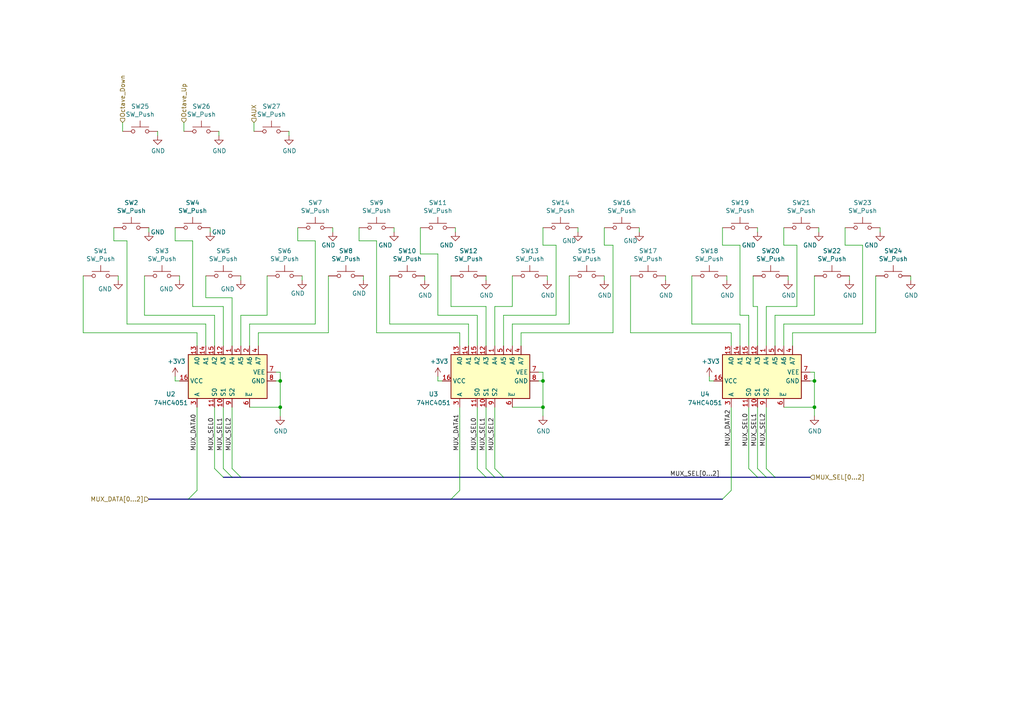
<source format=kicad_sch>
(kicad_sch (version 20211123) (generator eeschema)
  (paper "A4")
  (lib_symbols
    (symbol "74xx:74HC4051"
      (property "Reference" "U" (at -5.08 11.43 0))
      (property "Value" "74HC4051" (at -7.62 -13.97 0))
      (symbol "74HC4051_0_1"
        (rectangle (start -5.08 10.16) (end 7.62 -12.7) (stroke (width 0.254)) (fill (type background)))
      )
      (symbol "74HC4051_1_1"
        (pin passive line (at 10.16 -2.54 180) (length 2.54) (name "A4") (number "1"))
        (pin input line (at -7.62 0 0) (length 2.54) (name "S1") (number "10"))
        (pin input line (at -7.62 2.54 0) (length 2.54) (name "S0") (number "11"))
        (pin passive line (at 10.16 0 180) (length 2.54) (name "A3") (number "12"))
        (pin passive line (at 10.16 7.62 180) (length 2.54) (name "A0") (number "13"))
        (pin passive line (at 10.16 5.08 180) (length 2.54) (name "A1") (number "14"))
        (pin passive line (at 10.16 2.54 180) (length 2.54) (name "A2") (number "15"))
        (pin power_in line (at 0 12.7 270) (length 2.54) (name "VCC") (number "16"))
        (pin passive line (at 10.16 -7.62 180) (length 2.54) (name "A6") (number "2"))
        (pin passive line (at -7.62 7.62 0) (length 2.54) (name "A") (number "3"))
        (pin passive line (at 10.16 -10.16 180) (length 2.54) (name "A7") (number "4"))
        (pin passive line (at 10.16 -5.08 180) (length 2.54) (name "A5") (number "5"))
        (pin input line (at -7.62 -7.62 0) (length 2.54) (name "~{E}") (number "6"))
        (pin power_in line (at 2.54 -15.24 90) (length 2.54) (name "VEE") (number "7"))
        (pin power_in line (at 0 -15.24 90) (length 2.54) (name "GND") (number "8"))
        (pin input line (at -7.62 -2.54 0) (length 2.54) (name "S2") (number "9"))
      )
    )
    (symbol "Switch:SW_Push" (pin_numbers hide) (pin_names (offset 1.016) hide)
      (property "Reference" "SW" (at 1.27 2.54 0))
      (property "Value" "SW_Push" (at 0 -1.524 0))
      (symbol "SW_Push_0_1"
        (circle (center -2.032 0) (radius 0.508))
        (polyline (pts (xy 0 1.27) (xy 0 3.048)))
        (polyline (pts (xy 2.54 1.27) (xy -2.54 1.27)))
        (circle (center 2.032 0) (radius 0.508))
        (pin passive line (at -5.08 0 0) (length 2.54) (name "1") (number "1"))
        (pin passive line (at 5.08 0 180) (length 2.54) (name "2") (number "2"))
      )
    )
    (symbol "power:+3.3V" (power) (pin_names (offset 0))
      (property "Value" "+3.3V" (at 0 3.556 0))
      (symbol "+3.3V_0_1"
        (polyline (pts (xy -0.762 1.27) (xy 0 2.54)))
        (polyline (pts (xy 0 0) (xy 0 2.54)))
        (polyline (pts (xy 0 2.54) (xy 0.762 1.27)))
      )
      (symbol "+3.3V_1_1"
        (pin power_in line (at 0 0 90) (length 0) hide (name "+3V3") (number "1"))
      )
    )
    (symbol "power:GND" (power) (pin_names (offset 0))
      (property "Value" "GND" (at 0 -3.81 0))
      (symbol "GND_0_1"
        (polyline (pts (xy 0 0) (xy 0 -1.27) (xy 1.27 -1.27) (xy 0 -2.54) (xy -1.27 -1.27) (xy 0 -1.27)))
      )
      (symbol "GND_1_1"
        (pin power_in line (at 0 0 270) (length 0) hide (name "GND") (number "1"))
      )
    )
  )
  (junction (at 236.22 118.11))
  (junction (at 236.22 110.49))
  (junction (at 157.48 118.11))
  (junction (at 81.28 118.11))
  (junction (at 81.28 110.49))
  (junction (at 157.48 110.49))
  (bus_entry (at 67.31 135.89) (size 2.54 2.54))
  (bus_entry (at 62.23 135.89) (size 2.54 2.54))
  (bus_entry (at 217.17 135.89) (size 2.54 2.54))
  (bus_entry (at 138.43 135.89) (size 2.54 2.54))
  (bus_entry (at 209.55 144.78) (size 2.54 -2.54))
  (bus_entry (at 64.77 135.89) (size 2.54 2.54))
  (bus_entry (at 143.51 135.89) (size 2.54 2.54))
  (bus_entry (at 222.25 135.89) (size 2.54 2.54))
  (bus_entry (at 219.71 135.89) (size 2.54 2.54))
  (bus_entry (at 54.61 144.78) (size 2.54 -2.54))
  (bus_entry (at 130.81 144.78) (size 2.54 -2.54))
  (bus_entry (at 140.97 135.89) (size 2.54 2.54))
  (wire (pts (xy 157.48 66.04) (xy 157.48 71.12)))
  (wire (pts (xy 229.87 96.52) (xy 229.87 100.33)))
  (wire (pts (xy 148.59 93.98) (xy 148.59 100.33)))
  (wire (pts (xy 185.42 66.04) (xy 185.42 67.31)))
  (wire (pts (xy 228.6 80.01) (xy 228.6 81.28)))
  (wire (pts (xy 161.29 91.44) (xy 146.05 91.44)))
  (wire (pts (xy 109.22 96.52) (xy 133.35 96.52)))
  (wire (pts (xy 60.96 66.04) (xy 60.96 67.31)))
  (wire (pts (xy 165.1 80.01) (xy 165.1 93.98)))
  (wire (pts (xy 140.97 88.9) (xy 140.97 100.33)))
  (wire (pts (xy 209.55 66.04) (xy 209.55 71.12)))
  (wire (pts (xy 250.19 71.12) (xy 250.19 93.98)))
  (wire (pts (xy 177.8 71.12) (xy 177.8 96.52)))
  (wire (pts (xy 77.47 80.01) (xy 77.47 91.44)))
  (wire (pts (xy 219.71 118.11) (xy 219.71 135.89)))
  (wire (pts (xy 214.63 93.98) (xy 214.63 100.33)))
  (wire (pts (xy 113.03 80.01) (xy 113.03 93.98)))
  (wire (pts (xy 255.27 66.04) (xy 255.27 67.31)))
  (wire (pts (xy 157.48 107.95) (xy 157.48 110.49)))
  (bus (pts (xy 143.51 138.43) (xy 146.05 138.43)))
  (bus (pts (xy 67.31 138.43) (xy 69.85 138.43)))
  (wire (pts (xy 95.25 96.52) (xy 74.93 96.52)))
  (wire (pts (xy 55.88 69.85) (xy 55.88 88.9)))
  (wire (pts (xy 182.88 96.52) (xy 212.09 96.52)))
  (wire (pts (xy 63.5 38.1) (xy 63.5 39.37)))
  (wire (pts (xy 121.92 66.04) (xy 121.92 73.66)))
  (wire (pts (xy 43.18 66.04) (xy 43.18 67.31)))
  (wire (pts (xy 127 91.44) (xy 138.43 91.44)))
  (wire (pts (xy 210.82 80.01) (xy 210.82 81.28)))
  (wire (pts (xy 33.02 69.85) (xy 33.02 66.04)))
  (wire (pts (xy 140.97 80.01) (xy 140.97 81.28)))
  (wire (pts (xy 157.48 110.49) (xy 157.48 118.11)))
  (wire (pts (xy 245.11 66.04) (xy 245.11 71.12)))
  (wire (pts (xy 50.8 109.22) (xy 50.8 110.49)))
  (wire (pts (xy 236.22 80.01) (xy 236.22 91.44)))
  (wire (pts (xy 77.47 91.44) (xy 69.85 91.44)))
  (wire (pts (xy 182.88 96.52) (xy 182.88 80.01)))
  (wire (pts (xy 109.22 69.85) (xy 109.22 96.52)))
  (wire (pts (xy 55.88 69.85) (xy 50.8 69.85)))
  (wire (pts (xy 132.08 66.04) (xy 132.08 67.31)))
  (wire (pts (xy 234.95 110.49) (xy 236.22 110.49)))
  (wire (pts (xy 158.75 80.01) (xy 158.75 81.28)))
  (wire (pts (xy 130.81 88.9) (xy 140.97 88.9)))
  (wire (pts (xy 24.13 96.52) (xy 57.15 96.52)))
  (wire (pts (xy 200.66 80.01) (xy 200.66 93.98)))
  (wire (pts (xy 167.64 66.04) (xy 167.64 67.31)))
  (wire (pts (xy 41.91 91.44) (xy 41.91 80.01)))
  (wire (pts (xy 113.03 93.98) (xy 135.89 93.98)))
  (wire (pts (xy 69.85 80.01) (xy 69.85 81.28)))
  (wire (pts (xy 123.19 80.01) (xy 123.19 81.28)))
  (wire (pts (xy 165.1 93.98) (xy 148.59 93.98)))
  (bus (pts (xy 69.85 138.43) (xy 140.97 138.43)))
  (wire (pts (xy 148.59 88.9) (xy 143.51 88.9)))
  (bus (pts (xy 64.77 138.43) (xy 67.31 138.43)))
  (wire (pts (xy 62.23 118.11) (xy 62.23 135.89)))
  (wire (pts (xy 86.36 69.85) (xy 86.36 66.04)))
  (wire (pts (xy 135.89 93.98) (xy 135.89 100.33)))
  (wire (pts (xy 87.63 80.01) (xy 87.63 81.28)))
  (wire (pts (xy 34.29 80.01) (xy 34.29 81.28)))
  (wire (pts (xy 81.28 107.95) (xy 81.28 110.49)))
  (wire (pts (xy 222.25 88.9) (xy 231.14 88.9)))
  (wire (pts (xy 151.13 96.52) (xy 151.13 100.33)))
  (wire (pts (xy 138.43 118.11) (xy 138.43 135.89)))
  (wire (pts (xy 157.48 120.65) (xy 157.48 118.11)))
  (wire (pts (xy 72.39 93.98) (xy 72.39 100.33)))
  (wire (pts (xy 52.07 80.01) (xy 52.07 81.28)))
  (wire (pts (xy 91.44 69.85) (xy 91.44 93.98)))
  (wire (pts (xy 236.22 110.49) (xy 236.22 118.11)))
  (wire (pts (xy 217.17 118.11) (xy 217.17 135.89)))
  (wire (pts (xy 264.16 80.01) (xy 264.16 81.28)))
  (wire (pts (xy 254 80.01) (xy 254 96.52)))
  (wire (pts (xy 214.63 71.12) (xy 214.63 91.44)))
  (wire (pts (xy 156.21 107.95) (xy 157.48 107.95)))
  (wire (pts (xy 83.82 38.1) (xy 83.82 39.37)))
  (wire (pts (xy 236.22 91.44) (xy 224.79 91.44)))
  (wire (pts (xy 80.01 107.95) (xy 81.28 107.95)))
  (wire (pts (xy 234.95 107.95) (xy 236.22 107.95)))
  (wire (pts (xy 57.15 142.24) (xy 57.15 118.11)))
  (bus (pts (xy 224.79 138.43) (xy 234.95 138.43)))
  (bus (pts (xy 146.05 138.43) (xy 219.71 138.43)))
  (wire (pts (xy 64.77 88.9) (xy 64.77 100.33)))
  (wire (pts (xy 91.44 93.98) (xy 72.39 93.98)))
  (wire (pts (xy 237.49 66.04) (xy 237.49 67.31)))
  (wire (pts (xy 138.43 91.44) (xy 138.43 100.33)))
  (wire (pts (xy 156.21 110.49) (xy 157.48 110.49)))
  (wire (pts (xy 219.71 88.9) (xy 219.71 100.33)))
  (wire (pts (xy 200.66 93.98) (xy 214.63 93.98)))
  (wire (pts (xy 96.52 66.04) (xy 96.52 67.31)))
  (wire (pts (xy 175.26 80.01) (xy 175.26 81.28)))
  (wire (pts (xy 140.97 118.11) (xy 140.97 135.89)))
  (wire (pts (xy 231.14 71.12) (xy 231.14 88.9)))
  (wire (pts (xy 81.28 120.65) (xy 81.28 118.11)))
  (wire (pts (xy 227.33 93.98) (xy 227.33 100.33)))
  (wire (pts (xy 209.55 71.12) (xy 214.63 71.12)))
  (wire (pts (xy 33.02 69.85) (xy 36.83 69.85)))
  (wire (pts (xy 219.71 66.04) (xy 219.71 67.31)))
  (wire (pts (xy 91.44 69.85) (xy 86.36 69.85)))
  (wire (pts (xy 95.25 80.01) (xy 95.25 96.52)))
  (wire (pts (xy 143.51 118.11) (xy 143.51 135.89)))
  (wire (pts (xy 127 110.49) (xy 128.27 110.49)))
  (wire (pts (xy 41.91 91.44) (xy 62.23 91.44)))
  (wire (pts (xy 224.79 91.44) (xy 224.79 100.33)))
  (wire (pts (xy 214.63 91.44) (xy 217.17 91.44)))
  (bus (pts (xy 43.18 144.78) (xy 54.61 144.78)))
  (wire (pts (xy 104.14 69.85) (xy 104.14 66.04)))
  (wire (pts (xy 161.29 71.12) (xy 161.29 91.44)))
  (wire (pts (xy 175.26 66.04) (xy 175.26 71.12)))
  (wire (pts (xy 175.26 71.12) (xy 177.8 71.12)))
  (wire (pts (xy 236.22 107.95) (xy 236.22 110.49)))
  (wire (pts (xy 121.92 73.66) (xy 127 73.66)))
  (wire (pts (xy 57.15 96.52) (xy 57.15 100.33)))
  (wire (pts (xy 222.25 118.11) (xy 222.25 135.89)))
  (bus (pts (xy 222.25 138.43) (xy 224.79 138.43)))
  (wire (pts (xy 148.59 118.11) (xy 157.48 118.11)))
  (wire (pts (xy 114.3 66.04) (xy 114.3 67.31)))
  (wire (pts (xy 227.33 71.12) (xy 231.14 71.12)))
  (wire (pts (xy 59.69 86.36) (xy 59.69 80.01)))
  (wire (pts (xy 254 96.52) (xy 229.87 96.52)))
  (wire (pts (xy 217.17 91.44) (xy 217.17 100.33)))
  (wire (pts (xy 81.28 110.49) (xy 81.28 118.11)))
  (wire (pts (xy 246.38 80.01) (xy 246.38 81.28)))
  (wire (pts (xy 50.8 66.04) (xy 50.8 69.85)))
  (wire (pts (xy 205.74 110.49) (xy 207.01 110.49)))
  (wire (pts (xy 127 109.22) (xy 127 110.49)))
  (wire (pts (xy 212.09 96.52) (xy 212.09 100.33)))
  (wire (pts (xy 148.59 80.01) (xy 148.59 88.9)))
  (bus (pts (xy 54.61 144.78) (xy 130.81 144.78)))
  (wire (pts (xy 36.83 93.98) (xy 59.69 93.98)))
  (wire (pts (xy 59.69 93.98) (xy 59.69 100.33)))
  (wire (pts (xy 177.8 96.52) (xy 151.13 96.52)))
  (wire (pts (xy 227.33 118.11) (xy 236.22 118.11)))
  (wire (pts (xy 212.09 142.24) (xy 212.09 118.11)))
  (wire (pts (xy 64.77 118.11) (xy 64.77 135.89)))
  (bus (pts (xy 130.81 144.78) (xy 209.55 144.78)))
  (wire (pts (xy 55.88 88.9) (xy 64.77 88.9)))
  (wire (pts (xy 45.72 38.1) (xy 45.72 39.37)))
  (bus (pts (xy 219.71 138.43) (xy 222.25 138.43)))
  (wire (pts (xy 36.83 93.98) (xy 36.83 69.85)))
  (wire (pts (xy 157.48 71.12) (xy 161.29 71.12)))
  (wire (pts (xy 127 73.66) (xy 127 91.44)))
  (wire (pts (xy 193.04 80.01) (xy 193.04 81.28)))
  (wire (pts (xy 35.56 35.56) (xy 35.56 38.1)))
  (wire (pts (xy 24.13 96.52) (xy 24.13 80.01)))
  (wire (pts (xy 205.74 109.22) (xy 205.74 110.49)))
  (wire (pts (xy 80.01 110.49) (xy 81.28 110.49)))
  (wire (pts (xy 227.33 66.04) (xy 227.33 71.12)))
  (wire (pts (xy 133.35 142.24) (xy 133.35 118.11)))
  (wire (pts (xy 67.31 86.36) (xy 67.31 100.33)))
  (wire (pts (xy 62.23 91.44) (xy 62.23 100.33)))
  (wire (pts (xy 105.41 80.01) (xy 105.41 81.28)))
  (wire (pts (xy 73.66 35.56) (xy 73.66 38.1)))
  (wire (pts (xy 250.19 93.98) (xy 227.33 93.98)))
  (wire (pts (xy 143.51 88.9) (xy 143.51 100.33)))
  (wire (pts (xy 133.35 96.52) (xy 133.35 100.33)))
  (wire (pts (xy 50.8 110.49) (xy 52.07 110.49)))
  (wire (pts (xy 109.22 69.85) (xy 104.14 69.85)))
  (wire (pts (xy 74.93 96.52) (xy 74.93 100.33)))
  (bus (pts (xy 140.97 138.43) (xy 143.51 138.43)))
  (wire (pts (xy 245.11 71.12) (xy 250.19 71.12)))
  (wire (pts (xy 69.85 91.44) (xy 69.85 100.33)))
  (wire (pts (xy 222.25 88.9) (xy 222.25 100.33)))
  (wire (pts (xy 236.22 120.65) (xy 236.22 118.11)))
  (wire (pts (xy 72.39 118.11) (xy 81.28 118.11)))
  (wire (pts (xy 218.44 88.9) (xy 218.44 80.01)))
  (wire (pts (xy 146.05 91.44) (xy 146.05 100.33)))
  (wire (pts (xy 67.31 118.11) (xy 67.31 135.89)))
  (wire (pts (xy 53.34 35.56) (xy 53.34 38.1)))
  (wire (pts (xy 67.31 86.36) (xy 59.69 86.36)))
  (wire (pts (xy 219.71 88.9) (xy 218.44 88.9)))
  (wire (pts (xy 130.81 80.01) (xy 130.81 88.9)))
  (label "MUX_SEL1" (at 140.97 130.81 90))
  (label "MUX_SEL1" (at 219.71 129.54 90))
  (label "MUX_SEL1" (at 64.77 130.81 90))
  (label "MUX_SEL[0...2]" (at 194.31 138.43 0))
  (label "MUX_SEL0" (at 62.23 130.81 90))
  (label "MUX_SEL2" (at 143.51 130.81 90))
  (label "MUX_SEL0" (at 138.43 130.81 90))
  (label "MUX_DATA0" (at 57.15 130.81 90))
  (label "MUX_SEL2" (at 222.25 129.54 90))
  (label "MUX_SEL2" (at 67.31 130.81 90))
  (label "MUX_DATA1" (at 133.35 130.81 90))
  (label "MUX_SEL0" (at 217.17 129.54 90))
  (label "MUX_DATA2" (at 212.09 129.54 90))
  (hierarchical_label "Octave_Up" (shape input) (at 53.34 35.56 90))
  (hierarchical_label "AUX" (shape input) (at 73.66 35.56 90))
  (hierarchical_label "MUX_SEL[0...2]" (shape input) (at 234.95 138.43 0))
  (hierarchical_label "Octave_Down" (shape input) (at 35.56 35.56 90))
  (hierarchical_label "MUX_DATA[0...2]" (shape input) (at 43.18 144.78 180))
  (symbol (lib_id "74xx:74HC4051") (at 64.77 110.49 90) (unit 1)
    (property "Reference" "U2" (at 49.53 114.3 90))
    (property "Value" "74HC4051" (at 49.53 116.84 90))
    (property "Footprint" "Housings_SOIC:SOIC-16W_5.3x10.2mm_Pitch1.27mm" (effects hide))
    (property "Datasheet" "http://www.ti.com/lit/ds/symlink/cd74hc4051.pdf" (effects hide))
  )
  (symbol (lib_id "power:+3.3V") (at 50.8 109.22 0) (unit 1)
    (property "Reference" "#PWR0102" (effects hide))
    (property "Value" "+3.3V" (at 51.181 104.8258 0))
  )
  (symbol (lib_id "power:GND") (at 34.29 81.28 0) (unit 1)
    (property "Reference" "#PWR01" (effects hide))
    (property "Value" "GND" (at 30.48 83.82 0))
  )
  (symbol (lib_id "power:GND") (at 52.07 81.28 0) (unit 1)
    (property "Reference" "#PWR012" (effects hide))
    (property "Value" "GND" (at 48.26 83.82 0))
  )
  (symbol (lib_id "power:GND") (at 43.18 67.31 0) (unit 1)
    (property "Reference" "#PWR03" (effects hide))
    (property "Value" "GND" (at 45.72 67.31 0))
  )
  (symbol (lib_id "power:GND") (at 60.96 67.31 0) (unit 1)
    (property "Reference" "#PWR014" (effects hide))
    (property "Value" "GND" (at 63.5 67.31 0))
  )
  (symbol (lib_id "power:GND") (at 87.63 81.28 0) (unit 1)
    (property "Reference" "#PWR017" (effects hide))
    (property "Value" "GND" (at 86.36 85.09 0))
  )
  (symbol (lib_id "power:GND") (at 96.52 67.31 0) (unit 1)
    (property "Reference" "#PWR019" (effects hide))
    (property "Value" "GND" (at 95.25 71.12 0))
  )
  (symbol (lib_id "power:GND") (at 105.41 81.28 0) (unit 1)
    (property "Reference" "#PWR020" (effects hide))
    (property "Value" "GND" (at 104.14 85.09 0))
  )
  (symbol (lib_id "power:GND") (at 81.28 120.65 0) (unit 1)
    (property "Reference" "#PWR018" (effects hide))
    (property "Value" "GND" (at 81.407 125.0442 0))
  )
  (symbol (lib_id "74xx:74HC4051") (at 140.97 110.49 90) (unit 1)
    (property "Reference" "U3" (at 125.73 114.3 90))
    (property "Value" "74HC4051" (at 125.73 116.84 90))
    (property "Footprint" "Housings_SOIC:SOIC-16W_5.3x10.2mm_Pitch1.27mm" (effects hide))
    (property "Datasheet" "http://www.ti.com/lit/ds/symlink/cd74hc4051.pdf" (effects hide))
  )
  (symbol (lib_id "power:+3.3V") (at 127 109.22 0) (unit 1)
    (property "Reference" "#PWR024" (effects hide))
    (property "Value" "+3.3V" (at 127.381 104.8258 0))
  )
  (symbol (lib_id "power:GND") (at 157.48 120.65 0) (unit 1)
    (property "Reference" "#PWR028" (effects hide))
    (property "Value" "GND" (at 157.607 125.0442 0))
  )
  (symbol (lib_id "74xx:74HC4051") (at 219.71 110.49 90) (unit 1)
    (property "Reference" "U4" (at 204.47 114.3 90))
    (property "Value" "74HC4051" (at 204.47 116.84 90))
    (property "Footprint" "Housings_SOIC:SOIC-16W_5.3x10.2mm_Pitch1.27mm" (effects hide))
    (property "Datasheet" "http://www.ti.com/lit/ds/symlink/cd74hc4051.pdf" (effects hide))
  )
  (symbol (lib_id "power:+3.3V") (at 205.74 109.22 0) (unit 1)
    (property "Reference" "#PWR033" (effects hide))
    (property "Value" "+3.3V" (at 206.121 104.8258 0))
  )
  (symbol (lib_id "power:GND") (at 236.22 120.65 0) (unit 1)
    (property "Reference" "#PWR038" (effects hide))
    (property "Value" "GND" (at 236.347 125.0442 0))
  )
  (symbol (lib_id "power:GND") (at 114.3 67.31 0) (unit 1)
    (property "Reference" "#PWR021" (effects hide))
    (property "Value" "GND" (at 111.76 71.12 0))
  )
  (symbol (lib_id "power:GND") (at 123.19 81.28 0) (unit 1)
    (property "Reference" "#PWR022" (effects hide))
    (property "Value" "GND" (at 123.317 85.6742 0))
  )
  (symbol (lib_id "power:GND") (at 140.97 81.28 0) (unit 1)
    (property "Reference" "#PWR025" (effects hide))
    (property "Value" "GND" (at 141.097 85.6742 0))
  )
  (symbol (lib_id "power:GND") (at 158.75 81.28 0) (unit 1)
    (property "Reference" "#PWR026" (effects hide))
    (property "Value" "GND" (at 158.877 85.6742 0))
  )
  (symbol (lib_id "power:GND") (at 175.26 81.28 0) (unit 1)
    (property "Reference" "#PWR029" (effects hide))
    (property "Value" "GND" (at 175.387 85.6742 0))
  )
  (symbol (lib_id "power:GND") (at 193.04 81.28 0) (unit 1)
    (property "Reference" "#PWR031" (effects hide))
    (property "Value" "GND" (at 193.167 85.6742 0))
  )
  (symbol (lib_id "power:GND") (at 210.82 81.28 0) (unit 1)
    (property "Reference" "#PWR032" (effects hide))
    (property "Value" "GND" (at 210.947 85.6742 0))
  )
  (symbol (lib_id "power:GND") (at 167.64 67.31 0) (unit 1)
    (property "Reference" "#PWR027" (effects hide))
    (property "Value" "GND" (at 165.1 69.85 0))
  )
  (symbol (lib_id "power:GND") (at 185.42 67.31 0) (unit 1)
    (property "Reference" "#PWR030" (effects hide))
    (property "Value" "GND" (at 182.88 69.85 0))
  )
  (symbol (lib_id "power:GND") (at 219.71 67.31 0) (unit 1)
    (property "Reference" "#PWR034" (effects hide))
    (property "Value" "GND" (at 217.17 71.12 0))
  )
  (symbol (lib_id "power:GND") (at 237.49 67.31 0) (unit 1)
    (property "Reference" "#PWR036" (effects hide))
    (property "Value" "GND" (at 234.95 71.12 0))
  )
  (symbol (lib_id "power:GND") (at 255.27 67.31 0) (unit 1)
    (property "Reference" "#PWR039" (effects hide))
    (property "Value" "GND" (at 252.73 71.12 0))
  )
  (symbol (lib_id "power:GND") (at 228.6 81.28 0) (unit 1)
    (property "Reference" "#PWR035" (effects hide))
    (property "Value" "GND" (at 228.727 85.6742 0))
  )
  (symbol (lib_id "power:GND") (at 246.38 81.28 0) (unit 1)
    (property "Reference" "#PWR037" (effects hide))
    (property "Value" "GND" (at 246.507 85.6742 0))
  )
  (symbol (lib_id "power:GND") (at 264.16 81.28 0) (unit 1)
    (property "Reference" "#PWR040" (effects hide))
    (property "Value" "GND" (at 264.287 85.6742 0))
  )
  (symbol (lib_id "Switch:SW_Push") (at 40.64 38.1 0) (unit 1)
    (property "Reference" "SW25" (at 40.64 30.861 0))
    (property "Value" "SW_Push" (at 40.64 33.1724 0))
    (property "Footprint" "Buttons_Switches_SMD:SW_SPST_PTS645" (effects hide))
  )
  (symbol (lib_id "power:GND") (at 45.72 39.37 0) (unit 1)
    (property "Reference" "#PWR051" (effects hide))
    (property "Value" "GND" (at 45.847 43.7642 0))
  )
  (symbol (lib_id "Switch:SW_Push") (at 58.42 38.1 0) (unit 1)
    (property "Reference" "SW26" (at 58.42 30.861 0))
    (property "Value" "SW_Push" (at 58.42 33.1724 0))
    (property "Footprint" "Buttons_Switches_SMD:SW_SPST_PTS645" (effects hide))
  )
  (symbol (lib_id "power:GND") (at 63.5 39.37 0) (unit 1)
    (property "Reference" "#PWR0110" (effects hide))
    (property "Value" "GND" (at 63.627 43.7642 0))
  )
  (symbol (lib_id "Switch:SW_Push") (at 78.74 38.1 0) (unit 1)
    (property "Reference" "SW27" (at 78.74 30.861 0))
    (property "Value" "SW_Push" (at 78.74 33.1724 0))
    (property "Footprint" "Buttons_Switches_SMD:SW_SPST_PTS645" (effects hide))
  )
  (symbol (lib_id "power:GND") (at 83.82 39.37 0) (unit 1)
    (property "Reference" "#PWR0111" (effects hide))
    (property "Value" "GND" (at 83.947 43.7642 0))
  )
  (symbol (lib_id "Switch:SW_Push") (at 38.1 66.04 0) (unit 1)
    (property "Reference" "SW2" (at 38.1 58.801 0))
    (property "Value" "SW_Push" (at 38.1 61.1124 0))
    (property "Footprint" "Buttons_Switches_SMD:SW_SPST_PTS645" (effects hide))
  )
  (symbol (lib_id "Switch:SW_Push") (at 55.88 66.04 0) (unit 1)
    (property "Reference" "SW4" (at 55.88 58.801 0))
    (property "Value" "SW_Push" (at 55.88 61.1124 0))
    (property "Footprint" "Buttons_Switches_SMD:SW_SPST_PTS645" (effects hide))
  )
  (symbol (lib_id "Switch:SW_Push") (at 29.21 80.01 0) (unit 1)
    (property "Reference" "SW1" (at 29.21 72.771 0))
    (property "Value" "SW_Push" (at 29.21 75.0824 0))
    (property "Footprint" "Buttons_Switches_SMD:SW_SPST_PTS645" (effects hide))
  )
  (symbol (lib_id "Switch:SW_Push") (at 46.99 80.01 0) (unit 1)
    (property "Reference" "SW3" (at 46.99 72.771 0))
    (property "Value" "SW_Push" (at 46.99 75.0824 0))
    (property "Footprint" "Buttons_Switches_SMD:SW_SPST_PTS645" (effects hide))
  )
  (symbol (lib_id "power:GND") (at 69.85 81.28 0) (unit 1)
    (property "Reference" "#PWR0112" (effects hide))
    (property "Value" "GND" (at 66.04 83.82 0))
  )
  (symbol (lib_id "Switch:SW_Push") (at 64.77 80.01 0) (unit 1)
    (property "Reference" "SW5" (at 64.77 72.771 0))
    (property "Value" "SW_Push" (at 64.77 75.0824 0))
    (property "Footprint" "Buttons_Switches_SMD:SW_SPST_PTS645" (effects hide))
  )
  (symbol (lib_id "Switch:SW_Push") (at 91.44 66.04 0) (unit 1)
    (property "Reference" "SW7" (at 91.44 58.801 0))
    (property "Value" "SW_Push" (at 91.44 61.1124 0))
    (property "Footprint" "Buttons_Switches_SMD:SW_SPST_PTS645" (effects hide))
  )
  (symbol (lib_id "Switch:SW_Push") (at 109.22 66.04 0) (unit 1)
    (property "Reference" "SW9" (at 109.22 58.801 0))
    (property "Value" "SW_Push" (at 109.22 61.1124 0))
    (property "Footprint" "Buttons_Switches_SMD:SW_SPST_PTS645" (effects hide))
  )
  (symbol (lib_id "Switch:SW_Push") (at 82.55 80.01 0) (unit 1)
    (property "Reference" "SW6" (at 82.55 72.771 0))
    (property "Value" "SW_Push" (at 82.55 75.0824 0))
    (property "Footprint" "Buttons_Switches_SMD:SW_SPST_PTS645" (effects hide))
  )
  (symbol (lib_id "Switch:SW_Push") (at 100.33 80.01 0) (unit 1)
    (property "Reference" "SW8" (at 100.33 72.771 0))
    (property "Value" "SW_Push" (at 100.33 75.0824 0))
    (property "Footprint" "Buttons_Switches_SMD:SW_SPST_PTS645" (effects hide))
  )
  (symbol (lib_id "Switch:SW_Push") (at 118.11 80.01 0) (unit 1)
    (property "Reference" "SW10" (at 118.11 72.771 0))
    (property "Value" "SW_Push" (at 118.11 75.0824 0))
    (property "Footprint" "Buttons_Switches_SMD:SW_SPST_PTS645" (effects hide))
  )
  (symbol (lib_id "Switch:SW_Push") (at 127 66.04 0) (unit 1)
    (property "Reference" "SW11" (at 127 58.801 0))
    (property "Value" "SW_Push" (at 127 61.1124 0))
    (property "Footprint" "Buttons_Switches_SMD:SW_SPST_PTS645" (effects hide))
  )
  (symbol (lib_id "power:GND") (at 132.08 67.31 0) (unit 1)
    (property "Reference" "#PWR0113" (effects hide))
    (property "Value" "GND" (at 129.54 71.12 0))
  )
  (symbol (lib_id "Switch:SW_Push") (at 135.89 80.01 0) (unit 1)
    (property "Reference" "SW12" (at 135.89 72.771 0))
    (property "Value" "SW_Push" (at 135.89 75.0824 0))
    (property "Footprint" "Buttons_Switches_SMD:SW_SPST_PTS645" (effects hide))
  )
  (symbol (lib_id "Switch:SW_Push") (at 153.67 80.01 0) (unit 1)
    (property "Reference" "SW13" (at 153.67 72.771 0))
    (property "Value" "SW_Push" (at 153.67 75.0824 0))
    (property "Footprint" "Buttons_Switches_SMD:SW_SPST_PTS645" (effects hide))
  )
  (symbol (lib_id "Switch:SW_Push") (at 162.56 66.04 0) (unit 1)
    (property "Reference" "SW14" (at 162.56 58.801 0))
    (property "Value" "SW_Push" (at 162.56 61.1124 0))
    (property "Footprint" "Buttons_Switches_SMD:SW_SPST_PTS645" (effects hide))
  )
  (symbol (lib_id "Switch:SW_Push") (at 170.18 80.01 0) (unit 1)
    (property "Reference" "SW15" (at 170.18 72.771 0))
    (property "Value" "SW_Push" (at 170.18 75.0824 0))
    (property "Footprint" "Buttons_Switches_SMD:SW_SPST_PTS645" (effects hide))
  )
  (symbol (lib_id "Switch:SW_Push") (at 180.34 66.04 0) (unit 1)
    (property "Reference" "SW16" (at 180.34 58.801 0))
    (property "Value" "SW_Push" (at 180.34 61.1124 0))
    (property "Footprint" "Buttons_Switches_SMD:SW_SPST_PTS645" (effects hide))
  )
  (symbol (lib_id "Switch:SW_Push") (at 187.96 80.01 0) (unit 1)
    (property "Reference" "SW17" (at 187.96 72.771 0))
    (property "Value" "SW_Push" (at 187.96 75.0824 0))
    (property "Footprint" "Buttons_Switches_SMD:SW_SPST_PTS645" (effects hide))
  )
  (symbol (lib_id "Switch:SW_Push") (at 205.74 80.01 0) (unit 1)
    (property "Reference" "SW18" (at 205.74 72.771 0))
    (property "Value" "SW_Push" (at 205.74 75.0824 0))
    (property "Footprint" "Buttons_Switches_SMD:SW_SPST_PTS645" (effects hide))
  )
  (symbol (lib_id "Switch:SW_Push") (at 214.63 66.04 0) (unit 1)
    (property "Reference" "SW19" (at 214.63 58.801 0))
    (property "Value" "SW_Push" (at 214.63 61.1124 0))
    (property "Footprint" "Buttons_Switches_SMD:SW_SPST_PTS645" (effects hide))
  )
  (symbol (lib_id "Switch:SW_Push") (at 223.52 80.01 0) (unit 1)
    (property "Reference" "SW20" (at 223.52 72.771 0))
    (property "Value" "SW_Push" (at 223.52 75.0824 0))
    (property "Footprint" "Buttons_Switches_SMD:SW_SPST_PTS645" (effects hide))
  )
  (symbol (lib_id "Switch:SW_Push") (at 232.41 66.04 0) (unit 1)
    (property "Reference" "SW21" (at 232.41 58.801 0))
    (property "Value" "SW_Push" (at 232.41 61.1124 0))
    (property "Footprint" "Buttons_Switches_SMD:SW_SPST_PTS645" (effects hide))
  )
  (symbol (lib_id "Switch:SW_Push") (at 241.3 80.01 0) (unit 1)
    (property "Reference" "SW22" (at 241.3 72.771 0))
    (property "Value" "SW_Push" (at 241.3 75.0824 0))
    (property "Footprint" "Buttons_Switches_SMD:SW_SPST_PTS645" (effects hide))
  )
  (symbol (lib_id "Switch:SW_Push") (at 259.08 80.01 0) (unit 1)
    (property "Reference" "SW24" (at 259.08 72.771 0))
    (property "Value" "SW_Push" (at 259.08 75.0824 0))
    (property "Footprint" "Buttons_Switches_SMD:SW_SPST_PTS645" (effects hide))
  )
  (symbol (lib_id "Switch:SW_Push") (at 250.19 66.04 0) (unit 1)
    (property "Reference" "SW23" (at 250.19 58.801 0))
    (property "Value" "SW_Push" (at 250.19 61.1124 0))
    (property "Footprint" "Buttons_Switches_SMD:SW_SPST_PTS645" (effects hide))
  )
)
</source>
